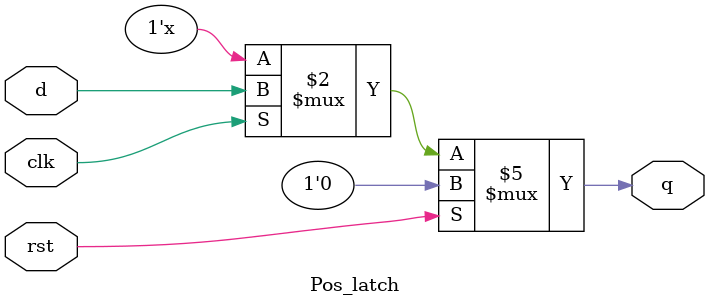
<source format=v>
module Pos_latch(clk,rst,q,d);
    input clk,rst,d;
    output reg q;
    always@(*)
    begin
        if(rst)
            q<=1'b0;
        else if(clk)
            q<=d;
    end
endmodule

</source>
